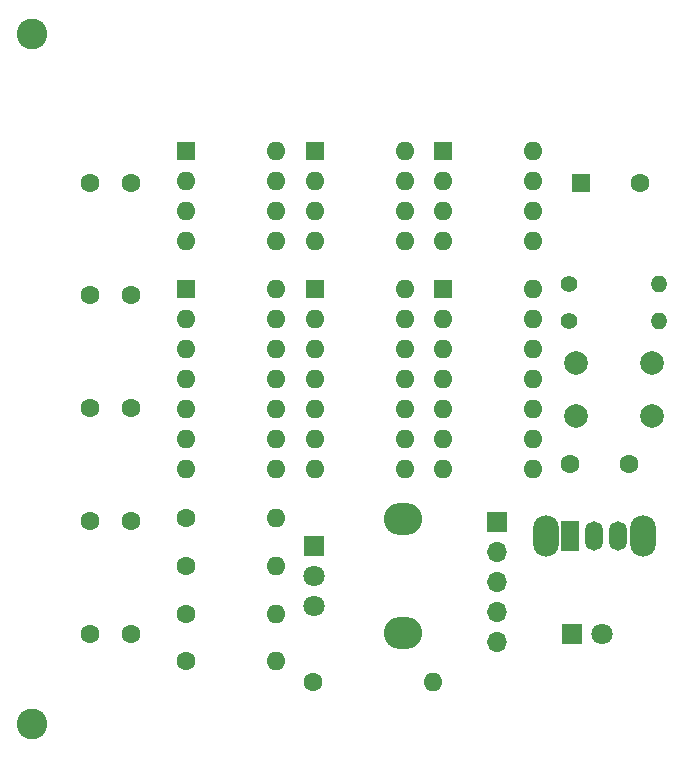
<source format=gbr>
%TF.GenerationSoftware,KiCad,Pcbnew,(7.0.0)*%
%TF.CreationDate,2023-02-28T14:37:34-05:00*%
%TF.ProjectId,8bc_clock_4,3862635f-636c-46f6-936b-5f342e6b6963,rev?*%
%TF.SameCoordinates,Original*%
%TF.FileFunction,Soldermask,Bot*%
%TF.FilePolarity,Negative*%
%FSLAX46Y46*%
G04 Gerber Fmt 4.6, Leading zero omitted, Abs format (unit mm)*
G04 Created by KiCad (PCBNEW (7.0.0)) date 2023-02-28 14:37:34*
%MOMM*%
%LPD*%
G01*
G04 APERTURE LIST*
%ADD10C,1.400000*%
%ADD11O,1.400000X1.400000*%
%ADD12C,1.600000*%
%ADD13C,2.600000*%
%ADD14R,1.600000X1.600000*%
%ADD15O,1.600000X1.600000*%
%ADD16C,2.000000*%
%ADD17O,3.240000X2.720000*%
%ADD18R,1.800000X1.800000*%
%ADD19C,1.800000*%
%ADD20R,1.700000X1.700000*%
%ADD21O,1.700000X1.700000*%
%ADD22O,2.200000X3.500000*%
%ADD23R,1.500000X2.500000*%
%ADD24O,1.500000X2.500000*%
G04 APERTURE END LIST*
D10*
%TO.C,R1*%
X152180000Y-74500000D03*
D11*
X159799999Y-74499999D03*
%TD*%
D12*
%TO.C,C7*%
X111630000Y-104150000D03*
X115130000Y-104150000D03*
%TD*%
D13*
%TO.C,REF\u002A\u002A\u002A*%
X106680000Y-111760000D03*
%TD*%
D14*
%TO.C,U3*%
X141479999Y-63249999D03*
D15*
X141479999Y-65789999D03*
X141479999Y-68329999D03*
X141479999Y-70869999D03*
X149099999Y-70869999D03*
X149099999Y-68329999D03*
X149099999Y-65789999D03*
X149099999Y-63249999D03*
%TD*%
D14*
%TO.C,C2*%
X153174697Y-65949999D03*
D12*
X158174698Y-65950000D03*
%TD*%
%TO.C,R5*%
X119730000Y-102450000D03*
D15*
X127349999Y-102449999D03*
%TD*%
D14*
%TO.C,U5*%
X130629999Y-74999999D03*
D15*
X130629999Y-77539999D03*
X130629999Y-80079999D03*
X130629999Y-82619999D03*
X130629999Y-85159999D03*
X130629999Y-87699999D03*
X130629999Y-90239999D03*
X138249999Y-90239999D03*
X138249999Y-87699999D03*
X138249999Y-85159999D03*
X138249999Y-82619999D03*
X138249999Y-80079999D03*
X138249999Y-77539999D03*
X138249999Y-74999999D03*
%TD*%
D14*
%TO.C,U2*%
X130629999Y-63249999D03*
D15*
X130629999Y-65789999D03*
X130629999Y-68329999D03*
X130629999Y-70869999D03*
X138249999Y-70869999D03*
X138249999Y-68329999D03*
X138249999Y-65789999D03*
X138249999Y-63249999D03*
%TD*%
D12*
%TO.C,C6*%
X111630000Y-94600000D03*
X115130000Y-94600000D03*
%TD*%
%TO.C,R3*%
X119730000Y-94350000D03*
D15*
X127349999Y-94349999D03*
%TD*%
D14*
%TO.C,U6*%
X141479999Y-74999999D03*
D15*
X141479999Y-77539999D03*
X141479999Y-80079999D03*
X141479999Y-82619999D03*
X141479999Y-85159999D03*
X141479999Y-87699999D03*
X141479999Y-90239999D03*
X149099999Y-90239999D03*
X149099999Y-87699999D03*
X149099999Y-85159999D03*
X149099999Y-82619999D03*
X149099999Y-80079999D03*
X149099999Y-77539999D03*
X149099999Y-74999999D03*
%TD*%
D12*
%TO.C,C4*%
X111630000Y-75500000D03*
X115130000Y-75500000D03*
%TD*%
%TO.C,R4*%
X119730000Y-98400000D03*
D15*
X127349999Y-98399999D03*
%TD*%
D16*
%TO.C,SW2*%
X152730000Y-81250000D03*
X159230000Y-81250000D03*
X152730000Y-85750000D03*
X159230000Y-85750000D03*
%TD*%
D17*
%TO.C,RV1*%
X138099999Y-94459999D03*
X138099999Y-104059999D03*
D18*
X130599999Y-96759999D03*
D19*
X130600000Y-99260000D03*
X130600000Y-101760000D03*
%TD*%
D13*
%TO.C,REF\u002A\u002A*%
X106680000Y-53340000D03*
%TD*%
D18*
%TO.C,D1*%
X152399999Y-104139999D03*
D19*
X154940000Y-104140000D03*
%TD*%
D12*
%TO.C,C3*%
X111630000Y-65950000D03*
X115130000Y-65950000D03*
%TD*%
D20*
%TO.C,J1*%
X146049999Y-94649999D03*
D21*
X146049999Y-97189999D03*
X146049999Y-99729999D03*
X146049999Y-102269999D03*
X146049999Y-104809999D03*
%TD*%
D12*
%TO.C,R6*%
X119730000Y-106500000D03*
D15*
X127349999Y-106499999D03*
%TD*%
D12*
%TO.C,R7*%
X130500000Y-108220000D03*
D15*
X140659999Y-108219999D03*
%TD*%
D22*
%TO.C,SW1*%
X150199999Y-95844999D03*
X158399999Y-95844999D03*
D23*
X152299999Y-95844999D03*
D24*
X154299999Y-95844999D03*
X156299999Y-95844999D03*
%TD*%
D14*
%TO.C,U1*%
X119779999Y-63249999D03*
D15*
X119779999Y-65789999D03*
X119779999Y-68329999D03*
X119779999Y-70869999D03*
X127399999Y-70869999D03*
X127399999Y-68329999D03*
X127399999Y-65789999D03*
X127399999Y-63249999D03*
%TD*%
D10*
%TO.C,R2*%
X152180000Y-77650000D03*
D11*
X159799999Y-77649999D03*
%TD*%
D14*
%TO.C,U4*%
X119779999Y-74999999D03*
D15*
X119779999Y-77539999D03*
X119779999Y-80079999D03*
X119779999Y-82619999D03*
X119779999Y-85159999D03*
X119779999Y-87699999D03*
X119779999Y-90239999D03*
X127399999Y-90239999D03*
X127399999Y-87699999D03*
X127399999Y-85159999D03*
X127399999Y-82619999D03*
X127399999Y-80079999D03*
X127399999Y-77539999D03*
X127399999Y-74999999D03*
%TD*%
D12*
%TO.C,C5*%
X111630000Y-85050000D03*
X115130000Y-85050000D03*
%TD*%
%TO.C,C1*%
X152280000Y-89800000D03*
X157280000Y-89800000D03*
%TD*%
M02*

</source>
